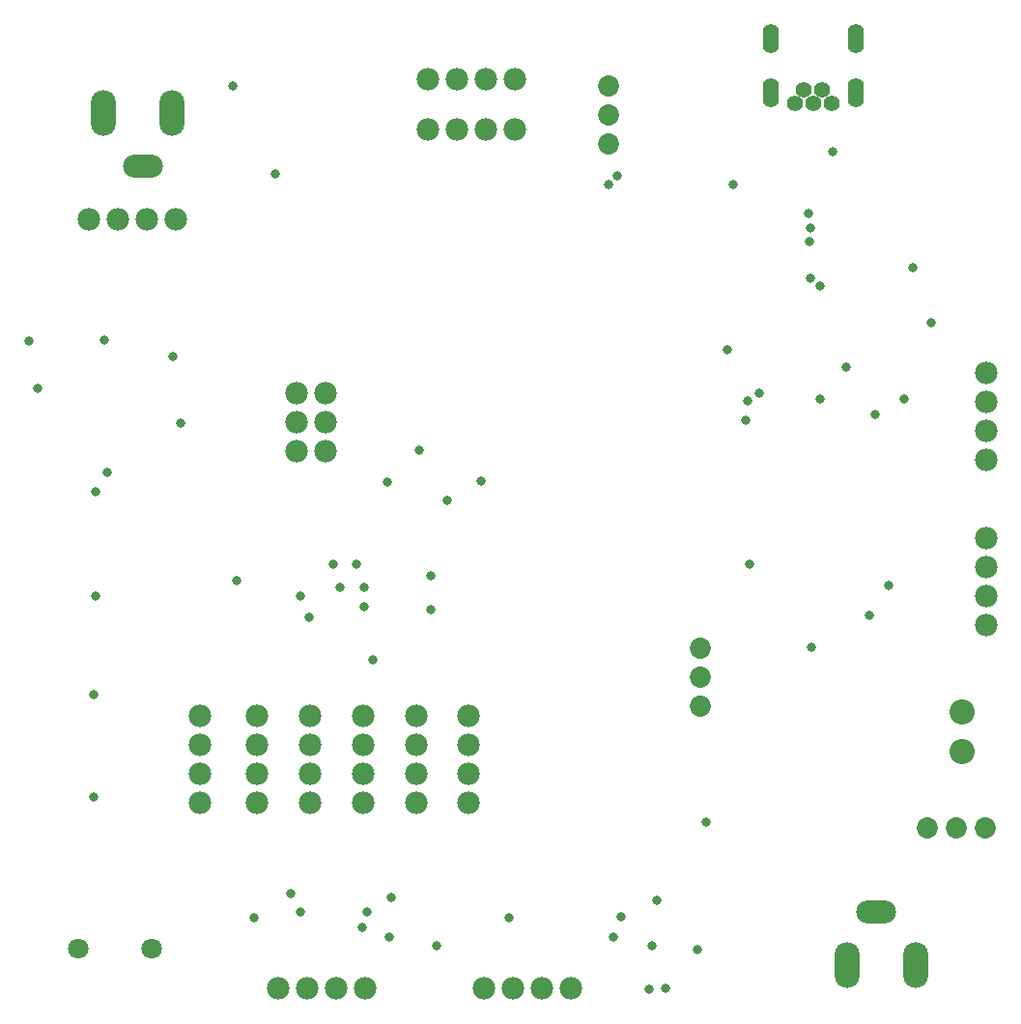
<source format=gbs>
G04*
G04 #@! TF.GenerationSoftware,Altium Limited,Altium Designer,23.3.1 (30)*
G04*
G04 Layer_Color=16711935*
%FSLAX44Y44*%
%MOMM*%
G71*
G04*
G04 #@! TF.SameCoordinates,964EAC65-20B9-4362-A22B-C6E90DBC7DAB*
G04*
G04*
G04 #@! TF.FilePolarity,Negative*
G04*
G01*
G75*
%ADD50O,3.5032X2.0032*%
%ADD51O,2.2032X4.0032*%
%ADD52C,1.8532*%
%ADD53C,1.9812*%
%ADD54O,1.4032X2.6032*%
%ADD55C,1.4032*%
%ADD56C,2.2032*%
%ADD57C,1.8032*%
%ADD58C,0.8382*%
D50*
X765875Y106105D02*
D03*
X123955Y759765D02*
D03*
D51*
X800875Y59605D02*
D03*
X740875D02*
D03*
X148955Y806265D02*
D03*
X88955D02*
D03*
D52*
X861770Y180340D02*
D03*
X836370D02*
D03*
X810970D02*
D03*
X612140Y337820D02*
D03*
Y312420D02*
D03*
Y287020D02*
D03*
X532130Y830580D02*
D03*
Y805180D02*
D03*
Y779780D02*
D03*
D53*
X862405Y434340D02*
D03*
Y579120D02*
D03*
X173990Y252984D02*
D03*
Y278384D02*
D03*
Y202184D02*
D03*
Y227584D02*
D03*
X270510Y252984D02*
D03*
Y278384D02*
D03*
Y202184D02*
D03*
Y227584D02*
D03*
X223520Y252984D02*
D03*
Y278384D02*
D03*
Y202184D02*
D03*
Y227584D02*
D03*
X316865Y252984D02*
D03*
Y278384D02*
D03*
Y202184D02*
D03*
Y227584D02*
D03*
X363220Y252984D02*
D03*
Y278384D02*
D03*
Y202184D02*
D03*
Y227584D02*
D03*
X408940Y252984D02*
D03*
Y278384D02*
D03*
Y202184D02*
D03*
Y227584D02*
D03*
X258318Y560578D02*
D03*
X283718D02*
D03*
X258318Y535178D02*
D03*
X283718D02*
D03*
X258318Y509778D02*
D03*
X283718D02*
D03*
X862405Y528320D02*
D03*
Y502920D02*
D03*
Y553720D02*
D03*
Y383540D02*
D03*
Y358140D02*
D03*
Y408940D02*
D03*
X398780Y836025D02*
D03*
X373380D02*
D03*
X449580D02*
D03*
X424180D02*
D03*
Y792480D02*
D03*
X449580D02*
D03*
X373380D02*
D03*
X398780D02*
D03*
X267970Y39370D02*
D03*
X242570D02*
D03*
X318770D02*
D03*
X293370D02*
D03*
X448310D02*
D03*
X422910D02*
D03*
X499110D02*
D03*
X473710D02*
D03*
X127000Y713740D02*
D03*
X152400D02*
D03*
X76200D02*
D03*
X101600D02*
D03*
D54*
X674000Y871538D02*
D03*
Y824038D02*
D03*
X748400D02*
D03*
Y871538D02*
D03*
D55*
X727000Y815022D02*
D03*
X719002Y827058D02*
D03*
X703002D02*
D03*
X711001Y815022D02*
D03*
X695001D02*
D03*
D56*
X842010Y281660D02*
D03*
Y246660D02*
D03*
D57*
X131560Y73953D02*
D03*
X66560D02*
D03*
D58*
X709930Y338328D02*
D03*
X655066Y411480D02*
D03*
X617220Y185420D02*
D03*
X777240Y392176D02*
D03*
X760730Y366268D02*
D03*
X339344Y84582D02*
D03*
X315976Y92456D02*
D03*
X535940Y84074D02*
D03*
X542544Y102362D02*
D03*
X319786Y106680D02*
D03*
X340868Y119380D02*
D03*
X581914Y39116D02*
D03*
X570230Y76454D02*
D03*
X567182Y38354D02*
D03*
X574040Y116078D02*
D03*
X252984Y122682D02*
D03*
X444500Y101219D02*
D03*
X381000Y76454D02*
D03*
X765556Y542290D02*
D03*
X814832Y623062D02*
D03*
X790956Y556260D02*
D03*
X269494Y364236D02*
D03*
X261874Y382778D02*
D03*
X325374Y327660D02*
D03*
X92710Y491236D02*
D03*
X296418Y390398D02*
D03*
X261620Y106680D02*
D03*
X150114Y592836D02*
D03*
X82042Y383540D02*
D03*
X310896Y411226D02*
D03*
X290576D02*
D03*
X317373Y373888D02*
D03*
Y390398D02*
D03*
X419608Y483870D02*
D03*
X390596Y467050D02*
D03*
X376174Y400558D02*
D03*
X653542Y554228D02*
D03*
X708152Y693674D02*
D03*
X337566Y482854D02*
D03*
X708406Y705866D02*
D03*
X708914Y661543D02*
D03*
X728345Y772414D02*
D03*
X531622Y743458D02*
D03*
X663956Y561340D02*
D03*
X651764Y537210D02*
D03*
X717550Y654812D02*
D03*
X707263Y718820D02*
D03*
X636270Y599440D02*
D03*
X539496Y751586D02*
D03*
X640842Y743458D02*
D03*
X798830Y671322D02*
D03*
X240030Y752856D02*
D03*
X202438Y829818D02*
D03*
X80772Y207010D02*
D03*
Y297180D02*
D03*
X82042Y474980D02*
D03*
X31750Y565150D02*
D03*
X23876Y607060D02*
D03*
X89916Y607568D02*
D03*
X156972Y534670D02*
D03*
X205994Y396748D02*
D03*
X376174Y371348D02*
D03*
X366014Y511048D02*
D03*
X220980Y101600D02*
D03*
X609854Y72898D02*
D03*
X740156Y584200D02*
D03*
X717296Y556260D02*
D03*
M02*

</source>
